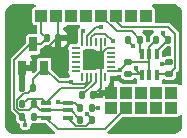
<source format=gbr>
%TF.GenerationSoftware,KiCad,Pcbnew,8.0.1-8.0.1-1~ubuntu22.04.1*%
%TF.CreationDate,2024-03-30T15:28:00+00:00*%
%TF.ProjectId,IMU_ICM2094,494d555f-4943-44d3-9230-39342e6b6963,1.0*%
%TF.SameCoordinates,Original*%
%TF.FileFunction,Copper,L1,Top*%
%TF.FilePolarity,Positive*%
%FSLAX46Y46*%
G04 Gerber Fmt 4.6, Leading zero omitted, Abs format (unit mm)*
G04 Created by KiCad (PCBNEW 8.0.1-8.0.1-1~ubuntu22.04.1) date 2024-03-30 15:28:00*
%MOMM*%
%LPD*%
G01*
G04 APERTURE LIST*
G04 Aperture macros list*
%AMRoundRect*
0 Rectangle with rounded corners*
0 $1 Rounding radius*
0 $2 $3 $4 $5 $6 $7 $8 $9 X,Y pos of 4 corners*
0 Add a 4 corners polygon primitive as box body*
4,1,4,$2,$3,$4,$5,$6,$7,$8,$9,$2,$3,0*
0 Add four circle primitives for the rounded corners*
1,1,$1+$1,$2,$3*
1,1,$1+$1,$4,$5*
1,1,$1+$1,$6,$7*
1,1,$1+$1,$8,$9*
0 Add four rect primitives between the rounded corners*
20,1,$1+$1,$2,$3,$4,$5,0*
20,1,$1+$1,$4,$5,$6,$7,0*
20,1,$1+$1,$6,$7,$8,$9,0*
20,1,$1+$1,$8,$9,$2,$3,0*%
%AMFreePoly0*
4,1,14,0.266715,0.088284,0.363284,-0.008285,0.375000,-0.036569,0.375000,-0.060000,0.363284,-0.088284,0.335000,-0.100000,-0.335000,-0.100000,-0.363284,-0.088284,-0.375000,-0.060000,-0.375000,0.060000,-0.363284,0.088284,-0.335000,0.100000,0.238431,0.100000,0.266715,0.088284,0.266715,0.088284,$1*%
%AMFreePoly1*
4,1,14,0.363284,0.088284,0.375000,0.060000,0.375000,0.036569,0.363284,0.008285,0.266715,-0.088284,0.238431,-0.100000,-0.335000,-0.100000,-0.363284,-0.088284,-0.375000,-0.060000,-0.375000,0.060000,-0.363284,0.088284,-0.335000,0.100000,0.335000,0.100000,0.363284,0.088284,0.363284,0.088284,$1*%
%AMFreePoly2*
4,1,14,0.088284,0.363284,0.100000,0.335000,0.100000,-0.335000,0.088284,-0.363284,0.060000,-0.375000,-0.060000,-0.375000,-0.088284,-0.363284,-0.100000,-0.335000,-0.100000,0.238431,-0.088284,0.266715,0.008285,0.363284,0.036569,0.375000,0.060000,0.375000,0.088284,0.363284,0.088284,0.363284,$1*%
%AMFreePoly3*
4,1,14,-0.008285,0.363284,0.088284,0.266715,0.100000,0.238431,0.100000,-0.335000,0.088284,-0.363284,0.060000,-0.375000,-0.060000,-0.375000,-0.088284,-0.363284,-0.100000,-0.335000,-0.100000,0.335000,-0.088284,0.363284,-0.060000,0.375000,-0.036569,0.375000,-0.008285,0.363284,-0.008285,0.363284,$1*%
%AMFreePoly4*
4,1,14,0.363284,0.088284,0.375000,0.060000,0.375000,-0.060000,0.363284,-0.088284,0.335000,-0.100000,-0.238431,-0.100000,-0.266715,-0.088284,-0.363284,0.008285,-0.375000,0.036569,-0.375000,0.060000,-0.363284,0.088284,-0.335000,0.100000,0.335000,0.100000,0.363284,0.088284,0.363284,0.088284,$1*%
%AMFreePoly5*
4,1,14,0.363284,0.088284,0.375000,0.060000,0.375000,-0.060000,0.363284,-0.088284,0.335000,-0.100000,-0.335000,-0.100000,-0.363284,-0.088284,-0.375000,-0.060000,-0.375000,-0.036569,-0.363284,-0.008285,-0.266715,0.088284,-0.238431,0.100000,0.335000,0.100000,0.363284,0.088284,0.363284,0.088284,$1*%
%AMFreePoly6*
4,1,14,0.088284,0.363284,0.100000,0.335000,0.100000,-0.238431,0.088284,-0.266715,-0.008285,-0.363284,-0.036569,-0.375000,-0.060000,-0.375000,-0.088284,-0.363284,-0.100000,-0.335000,-0.100000,0.335000,-0.088284,0.363284,-0.060000,0.375000,0.060000,0.375000,0.088284,0.363284,0.088284,0.363284,$1*%
%AMFreePoly7*
4,1,14,0.088284,0.363284,0.100000,0.335000,0.100000,-0.335000,0.088284,-0.363284,0.060000,-0.375000,0.036569,-0.375000,0.008285,-0.363284,-0.088284,-0.266715,-0.100000,-0.238431,-0.100000,0.335000,-0.088284,0.363284,-0.060000,0.375000,0.060000,0.375000,0.088284,0.363284,0.088284,0.363284,$1*%
G04 Aperture macros list end*
%TA.AperFunction,SMDPad,CuDef*%
%ADD10RoundRect,0.135000X-0.135000X-0.185000X0.135000X-0.185000X0.135000X0.185000X-0.135000X0.185000X0*%
%TD*%
%TA.AperFunction,SMDPad,CuDef*%
%ADD11RoundRect,0.135000X0.135000X0.185000X-0.135000X0.185000X-0.135000X-0.185000X0.135000X-0.185000X0*%
%TD*%
%TA.AperFunction,ComponentPad*%
%ADD12R,1.000000X1.000000*%
%TD*%
%TA.AperFunction,SMDPad,CuDef*%
%ADD13RoundRect,0.140000X-0.140000X-0.170000X0.140000X-0.170000X0.140000X0.170000X-0.140000X0.170000X0*%
%TD*%
%TA.AperFunction,SMDPad,CuDef*%
%ADD14R,0.920000X0.350000*%
%TD*%
%TA.AperFunction,SMDPad,CuDef*%
%ADD15R,0.700000X1.250000*%
%TD*%
%TA.AperFunction,SMDPad,CuDef*%
%ADD16RoundRect,0.140000X0.140000X0.170000X-0.140000X0.170000X-0.140000X-0.170000X0.140000X-0.170000X0*%
%TD*%
%TA.AperFunction,SMDPad,CuDef*%
%ADD17FreePoly0,0.000000*%
%TD*%
%TA.AperFunction,SMDPad,CuDef*%
%ADD18RoundRect,0.050000X-0.325000X-0.050000X0.325000X-0.050000X0.325000X0.050000X-0.325000X0.050000X0*%
%TD*%
%TA.AperFunction,SMDPad,CuDef*%
%ADD19FreePoly1,0.000000*%
%TD*%
%TA.AperFunction,SMDPad,CuDef*%
%ADD20FreePoly2,0.000000*%
%TD*%
%TA.AperFunction,SMDPad,CuDef*%
%ADD21RoundRect,0.050000X-0.050000X-0.325000X0.050000X-0.325000X0.050000X0.325000X-0.050000X0.325000X0*%
%TD*%
%TA.AperFunction,SMDPad,CuDef*%
%ADD22FreePoly3,0.000000*%
%TD*%
%TA.AperFunction,SMDPad,CuDef*%
%ADD23FreePoly4,0.000000*%
%TD*%
%TA.AperFunction,SMDPad,CuDef*%
%ADD24FreePoly5,0.000000*%
%TD*%
%TA.AperFunction,SMDPad,CuDef*%
%ADD25FreePoly6,0.000000*%
%TD*%
%TA.AperFunction,SMDPad,CuDef*%
%ADD26FreePoly7,0.000000*%
%TD*%
%TA.AperFunction,HeatsinkPad*%
%ADD27R,1.750000X1.600000*%
%TD*%
%TA.AperFunction,SMDPad,CuDef*%
%ADD28RoundRect,0.135000X-0.185000X0.135000X-0.185000X-0.135000X0.185000X-0.135000X0.185000X0.135000X0*%
%TD*%
%TA.AperFunction,SMDPad,CuDef*%
%ADD29RoundRect,0.135000X0.185000X-0.135000X0.185000X0.135000X-0.185000X0.135000X-0.185000X-0.135000X0*%
%TD*%
%TA.AperFunction,SMDPad,CuDef*%
%ADD30R,0.350000X0.920000*%
%TD*%
%TA.AperFunction,ViaPad*%
%ADD31C,0.400000*%
%TD*%
%TA.AperFunction,Conductor*%
%ADD32C,0.127000*%
%TD*%
G04 APERTURE END LIST*
D10*
%TO.P,R7,1*%
%TO.N,/1.8V*%
X28865912Y-38804510D03*
%TO.P,R7,2*%
%TO.N,/CS_1.8V*%
X29885910Y-38804510D03*
%TD*%
D11*
%TO.P,R5,1*%
%TO.N,+3.3V*%
X29895910Y-37774510D03*
%TO.P,R5,2*%
%TO.N,/MISO*%
X28875912Y-37774510D03*
%TD*%
D12*
%TO.P,J8,1,Pin_1*%
%TO.N,/extRef*%
X34445000Y-30000000D03*
%TD*%
D10*
%TO.P,R1,1*%
%TO.N,+3.3V*%
X32905001Y-32000000D03*
%TO.P,R1,2*%
%TO.N,/MOSI*%
X33924999Y-32000000D03*
%TD*%
%TO.P,R3,1*%
%TO.N,/1.8V*%
X35305001Y-32000000D03*
%TO.P,R3,2*%
%TO.N,/SCK_1.8V*%
X36324999Y-32000000D03*
%TD*%
%TO.P,R8,1*%
%TO.N,+3.3V*%
X23940785Y-38522502D03*
%TO.P,R8,2*%
%TO.N,/CSB*%
X24960783Y-38522502D03*
%TD*%
D12*
%TO.P,J5,1,Pin_1*%
%TO.N,/MOSI*%
X30635000Y-30000000D03*
%TD*%
%TO.P,J16,1,Pin_1*%
%TO.N,/AIN0*%
X31495000Y-37770000D03*
%TD*%
%TO.P,J1,1,Pin_1*%
%TO.N,+3.3V*%
X25555000Y-30000000D03*
%TD*%
%TO.P,J18,1,Pin_1*%
%TO.N,GND*%
X31495000Y-36500000D03*
%TD*%
%TO.P,J9,1,Pin_1*%
%TO.N,/IO1_out*%
X36575000Y-36500000D03*
%TD*%
%TO.P,J2,1,Pin_1*%
%TO.N,GND*%
X26825000Y-30000000D03*
%TD*%
%TO.P,J7,1,Pin_1*%
%TO.N,unconnected-(J7-Pin_1-Pad1)*%
X33175000Y-30000000D03*
%TD*%
D13*
%TO.P,C1,1*%
%TO.N,+3.3V*%
X26020000Y-31900000D03*
%TO.P,C1,2*%
%TO.N,GND*%
X26980000Y-31900000D03*
%TD*%
D14*
%TO.P,U5,1,S2*%
%TO.N,/CS_1.8V*%
X27795784Y-38632501D03*
%TO.P,U5,2,G2*%
%TO.N,/1.8V*%
X27795784Y-37982501D03*
%TO.P,U5,3,D1*%
%TO.N,/MISO*%
X27795784Y-37332501D03*
%TO.P,U5,4,S1*%
%TO.N,/MISO_1.8V*%
X25975784Y-37332501D03*
%TO.P,U5,5,G1*%
%TO.N,/1.8V*%
X25975784Y-37982501D03*
%TO.P,U5,6,D2*%
%TO.N,/CSB*%
X25975784Y-38632501D03*
%TD*%
D12*
%TO.P,J3,1,Pin_1*%
%TO.N,unconnected-(J3-Pin_1-Pad1)*%
X28095000Y-30000000D03*
%TD*%
%TO.P,J15,1,Pin_1*%
%TO.N,/I2C_SDA*%
X36575000Y-37770000D03*
%TD*%
D15*
%TO.P,U1,1,GND*%
%TO.N,GND*%
X23925000Y-34400000D03*
%TO.P,U1,2,VOUT*%
%TO.N,/1.8V*%
X25825000Y-34400000D03*
%TO.P,U1,3,VIN*%
%TO.N,+3.3V*%
X24875000Y-32400000D03*
%TD*%
D13*
%TO.P,C5,1*%
%TO.N,Net-(U4-REGOUT)*%
X29020000Y-36732010D03*
%TO.P,C5,2*%
%TO.N,GND*%
X29980000Y-36732010D03*
%TD*%
D12*
%TO.P,J10,1,Pin_1*%
%TO.N,/SWDIO{slash}MISO_ARM*%
X35305000Y-36500000D03*
%TD*%
D16*
%TO.P,C2,1*%
%TO.N,/1.8V*%
X24865000Y-36070000D03*
%TO.P,C2,2*%
%TO.N,GND*%
X23905000Y-36070000D03*
%TD*%
D12*
%TO.P,J14,1,Pin_1*%
%TO.N,/i2C_SCL*%
X35305000Y-37770000D03*
%TD*%
D17*
%TO.P,U4,1,NC*%
%TO.N,unconnected-(U4-NC-Pad1)*%
X28500000Y-32700000D03*
D18*
%TO.P,U4,2,NC*%
%TO.N,unconnected-(U4-NC-Pad2)*%
X28500000Y-33100000D03*
%TO.P,U4,3,NC*%
%TO.N,unconnected-(U4-NC-Pad3)*%
X28500000Y-33500000D03*
%TO.P,U4,4,NC*%
%TO.N,unconnected-(U4-NC-Pad4)*%
X28500000Y-33900000D03*
%TO.P,U4,5,NC*%
%TO.N,unconnected-(U4-NC-Pad5)*%
X28500000Y-34300000D03*
D19*
%TO.P,U4,6,NC*%
%TO.N,unconnected-(U4-NC-Pad6)*%
X28500000Y-34700000D03*
D20*
%TO.P,U4,7,AUX_CL*%
%TO.N,unconnected-(U4-AUX_CL-Pad7)*%
X29000000Y-35200000D03*
D21*
%TO.P,U4,8,VDDIO*%
%TO.N,/1.8V*%
X29400000Y-35200000D03*
%TO.P,U4,9,SDO/AD0*%
%TO.N,/MISO_1.8V*%
X29800000Y-35200000D03*
%TO.P,U4,10,REGOUT*%
%TO.N,Net-(U4-REGOUT)*%
X30200000Y-35200000D03*
%TO.P,U4,11,FSYNC*%
%TO.N,GND*%
X30600000Y-35200000D03*
D22*
%TO.P,U4,12,INT1*%
%TO.N,unconnected-(U4-INT1-Pad12)*%
X31000000Y-35200000D03*
D23*
%TO.P,U4,13,VDD*%
%TO.N,/1.8V*%
X31500000Y-34700000D03*
D18*
%TO.P,U4,14,NC*%
%TO.N,unconnected-(U4-NC-Pad14)*%
X31500000Y-34300000D03*
%TO.P,U4,15,NC*%
%TO.N,unconnected-(U4-NC-Pad15)*%
X31500000Y-33900000D03*
%TO.P,U4,16,NC*%
%TO.N,unconnected-(U4-NC-Pad16)*%
X31500000Y-33500000D03*
%TO.P,U4,17,NC*%
%TO.N,unconnected-(U4-NC-Pad17)*%
X31500000Y-33100000D03*
D24*
%TO.P,U4,18,GND*%
%TO.N,GND*%
X31500000Y-32700000D03*
D25*
%TO.P,U4,19,RESV*%
%TO.N,unconnected-(U4-RESV-Pad19)*%
X31000000Y-32200000D03*
D21*
%TO.P,U4,20,RESV*%
%TO.N,GND*%
X30600000Y-32200000D03*
%TO.P,U4,21,AUX_DA*%
%TO.N,unconnected-(U4-AUX_DA-Pad21)*%
X30200000Y-32200000D03*
%TO.P,U4,22,nCS*%
%TO.N,/CS_1.8V*%
X29800000Y-32200000D03*
%TO.P,U4,23,SCL/SCLK*%
%TO.N,/SCK_1.8V*%
X29400000Y-32200000D03*
D26*
%TO.P,U4,24,SDA/SDI*%
%TO.N,/MOSI_1.8V*%
X29000000Y-32200000D03*
D27*
%TO.P,U4,25,EP*%
%TO.N,GND*%
X30000000Y-33700000D03*
%TD*%
D28*
%TO.P,R4,1*%
%TO.N,+3.3V*%
X36415000Y-33890001D03*
%TO.P,R4,2*%
%TO.N,/SCLK*%
X36415000Y-34909999D03*
%TD*%
D10*
%TO.P,R6,1*%
%TO.N,/MISO_1.8V*%
X23940785Y-37472502D03*
%TO.P,R6,2*%
%TO.N,/1.8V*%
X24960783Y-37472502D03*
%TD*%
D12*
%TO.P,J12,1,Pin_1*%
%TO.N,/SCLK_ARM*%
X32765000Y-36500000D03*
%TD*%
%TO.P,J4,1,Pin_1*%
%TO.N,/MISO*%
X29365000Y-30000000D03*
%TD*%
%TO.P,J17,1,Pin_1*%
%TO.N,/CSB*%
X32765000Y-37770000D03*
%TD*%
%TO.P,J6,1,Pin_1*%
%TO.N,/SCLK*%
X31905000Y-30000000D03*
%TD*%
D29*
%TO.P,R2,1*%
%TO.N,/MOSI_1.8V*%
X32915000Y-34909999D03*
%TO.P,R2,2*%
%TO.N,/1.8V*%
X32915000Y-33890001D03*
%TD*%
D30*
%TO.P,U3,1,S2*%
%TO.N,/SCK_1.8V*%
X35365000Y-33190000D03*
%TO.P,U3,2,G2*%
%TO.N,/1.8V*%
X34715000Y-33190000D03*
%TO.P,U3,3,D1*%
%TO.N,/MOSI*%
X34065000Y-33190000D03*
%TO.P,U3,4,S1*%
%TO.N,/MOSI_1.8V*%
X34065000Y-35010000D03*
%TO.P,U3,5,G1*%
%TO.N,/1.8V*%
X34715000Y-35010000D03*
%TO.P,U3,6,D2*%
%TO.N,/SCLK*%
X35365000Y-35010000D03*
%TD*%
D12*
%TO.P,J11,1,Pin_1*%
%TO.N,/MOSI_ARM*%
X34035000Y-36500000D03*
%TD*%
%TO.P,J13,1,Pin_1*%
%TO.N,/SPICS_ARM*%
X34035000Y-37770000D03*
%TD*%
D31*
%TO.N,GND*%
X34700000Y-39100000D03*
X36400000Y-33000000D03*
X29600000Y-33300000D03*
X23400000Y-30900000D03*
X30500000Y-33300000D03*
X24800000Y-34000000D03*
X37000000Y-30700000D03*
X36400000Y-39200000D03*
X23700000Y-32100000D03*
X34600000Y-31500000D03*
X29600000Y-34100000D03*
X30400000Y-34100000D03*
%TO.N,+3.3V*%
X35800000Y-34100000D03*
X24200000Y-39200000D03*
X33300000Y-32500000D03*
X30400000Y-37774510D03*
%TO.N,/MISO*%
X27000000Y-37300000D03*
%TO.N,/1.8V*%
X28100000Y-35600000D03*
X32252501Y-34552501D03*
%TO.N,/SCK_1.8V*%
X35900000Y-31400000D03*
X30600000Y-30900000D03*
%TO.N,/MOSI_1.8V*%
X33600000Y-34400000D03*
X29100000Y-31300000D03*
%TO.N,/CS_1.8V*%
X31600000Y-32100000D03*
X29400000Y-38300000D03*
%TD*%
D32*
%TO.N,GND*%
X31262990Y-36732010D02*
X31495000Y-36500000D01*
X30530857Y-33300000D02*
X30500000Y-33300000D01*
X30500000Y-33330857D02*
X30130857Y-33700000D01*
X26980000Y-30155000D02*
X26825000Y-30000000D01*
X30600000Y-35200000D02*
X30600000Y-34300000D01*
X30600000Y-32200000D02*
X30600000Y-33100000D01*
X24800000Y-34002000D02*
X24800000Y-34000000D01*
X23905000Y-36070000D02*
X23905000Y-34420000D01*
X23905000Y-34420000D02*
X23925000Y-34400000D01*
X26902000Y-31900000D02*
X26980000Y-31900000D01*
X24802000Y-34000000D02*
X26902000Y-31900000D01*
X30500000Y-33300000D02*
X30500000Y-33330857D01*
X30600000Y-34300000D02*
X30400000Y-34100000D01*
X23925000Y-34400000D02*
X24402000Y-34400000D01*
X30400000Y-34100000D02*
X30000000Y-33700000D01*
X31500000Y-32700000D02*
X31130857Y-32700000D01*
X30130857Y-33700000D02*
X30000000Y-33700000D01*
X26980000Y-31900000D02*
X26980000Y-30155000D01*
X30600000Y-33100000D02*
X30000000Y-33700000D01*
X29980000Y-36732010D02*
X31262990Y-36732010D01*
X31130857Y-32700000D02*
X30530857Y-33300000D01*
X29980000Y-36732010D02*
X30600000Y-36112010D01*
X24800000Y-34000000D02*
X24802000Y-34000000D01*
X24402000Y-34400000D02*
X24800000Y-34002000D01*
X30600000Y-36112010D02*
X30600000Y-35200000D01*
%TO.N,+3.3V*%
X25520000Y-32400000D02*
X26020000Y-31900000D01*
X23940785Y-38522502D02*
X23283000Y-37864717D01*
X36205001Y-34100000D02*
X36415000Y-33890001D01*
X24200000Y-39200000D02*
X24200000Y-38781717D01*
X32905001Y-32000000D02*
X32905001Y-32105001D01*
X30400000Y-37774510D02*
X29895910Y-37774510D01*
X23283000Y-37864717D02*
X23283000Y-33760000D01*
X32905001Y-32105001D02*
X33300000Y-32500000D01*
X25555000Y-30000000D02*
X25555000Y-31435000D01*
X35800000Y-34100000D02*
X36205001Y-34100000D01*
X24875000Y-32400000D02*
X25520000Y-32400000D01*
X24200000Y-38781717D02*
X23940785Y-38522502D01*
X25555000Y-31435000D02*
X26020000Y-31900000D01*
X24643000Y-32400000D02*
X24875000Y-32400000D01*
X23283000Y-33760000D02*
X24643000Y-32400000D01*
%TO.N,/MISO*%
X28433903Y-37332501D02*
X28875912Y-37774510D01*
X27032501Y-37332501D02*
X27000000Y-37300000D01*
X27795784Y-37332501D02*
X27032501Y-37332501D01*
X27795784Y-37332501D02*
X28433903Y-37332501D01*
%TO.N,/MOSI*%
X33924999Y-32000000D02*
X33924999Y-33049999D01*
X33924999Y-32000000D02*
X33224999Y-31300000D01*
X33224999Y-31300000D02*
X31935000Y-31300000D01*
X33924999Y-33049999D02*
X34065000Y-33190000D01*
X31935000Y-31300000D02*
X30635000Y-30000000D01*
%TO.N,/SCLK*%
X35465001Y-34909999D02*
X35365000Y-35010000D01*
X32400000Y-30900000D02*
X36300000Y-30900000D01*
X31905000Y-30405000D02*
X32400000Y-30900000D01*
X31905000Y-30000000D02*
X31905000Y-30405000D01*
X36415000Y-34909999D02*
X35465001Y-34909999D01*
X36900000Y-34424999D02*
X36415000Y-34909999D01*
X36300000Y-30900000D02*
X36900000Y-31500000D01*
X36900000Y-31500000D02*
X36900000Y-34424999D01*
%TO.N,/CSB*%
X26943283Y-39600000D02*
X30935000Y-39600000D01*
X25865785Y-38522502D02*
X25975784Y-38632501D01*
X30935000Y-39600000D02*
X32765000Y-37770000D01*
X24960783Y-38522502D02*
X25865785Y-38522502D01*
X25975784Y-38632501D02*
X26943283Y-39600000D01*
%TO.N,/1.8V*%
X32252501Y-34552501D02*
X32252501Y-34552500D01*
X28100000Y-35600000D02*
X28238500Y-35738500D01*
X34715000Y-32590001D02*
X35305001Y-32000000D01*
X24487283Y-37946002D02*
X23682543Y-37946002D01*
X28043903Y-37982501D02*
X27795784Y-37982501D01*
X24865000Y-35360000D02*
X25825000Y-34400000D01*
X34715000Y-34000000D02*
X34605001Y-33890001D01*
X25975784Y-37982501D02*
X27795784Y-37982501D01*
X23500000Y-37763459D02*
X23500000Y-37133500D01*
X24100000Y-36533500D02*
X24401500Y-36533500D01*
X29400000Y-35575000D02*
X29400000Y-35200000D01*
X24960783Y-37472502D02*
X25470782Y-37982501D01*
X24960783Y-37472502D02*
X24487283Y-37946002D01*
X27025000Y-35600000D02*
X25825000Y-34400000D01*
X28100000Y-35600000D02*
X27025000Y-35600000D01*
X23682543Y-37946002D02*
X23500000Y-37763459D01*
X32105001Y-34700000D02*
X32915000Y-33890001D01*
X25470782Y-37982501D02*
X25975784Y-37982501D01*
X23500000Y-37133500D02*
X24100000Y-36533500D01*
X34715000Y-35010000D02*
X34715000Y-34000000D01*
X34715000Y-34000000D02*
X34715000Y-33190000D01*
X34605001Y-33890001D02*
X32915000Y-33890001D01*
X24401500Y-36533500D02*
X24865000Y-36070000D01*
X29236500Y-35738500D02*
X29400000Y-35575000D01*
X24865000Y-36070000D02*
X24865000Y-35360000D01*
X34715000Y-33190000D02*
X34715000Y-32590001D01*
X28238500Y-35738500D02*
X29236500Y-35738500D01*
X28865912Y-38804510D02*
X28043903Y-37982501D01*
X31500000Y-34700000D02*
X32105001Y-34700000D01*
X32252501Y-34552500D02*
X32915000Y-33890001D01*
%TO.N,/SCK_1.8V*%
X35900000Y-31575001D02*
X36324999Y-32000000D01*
X30200000Y-30900000D02*
X29400000Y-31700000D01*
X35900000Y-31400000D02*
X35900000Y-31575001D01*
X35365000Y-32959999D02*
X36324999Y-32000000D01*
X35365000Y-33190000D02*
X35365000Y-32959999D01*
X30600000Y-30900000D02*
X30200000Y-30900000D01*
X29400000Y-31700000D02*
X29400000Y-32200000D01*
%TO.N,/MOSI_1.8V*%
X33600000Y-34400000D02*
X33600000Y-34545000D01*
X29000000Y-31400000D02*
X29000000Y-32200000D01*
X29100000Y-31300000D02*
X29000000Y-31400000D01*
X33964999Y-34909999D02*
X34065000Y-35010000D01*
X33600000Y-34545000D02*
X34065000Y-35010000D01*
X32915000Y-34909999D02*
X33964999Y-34909999D01*
%TO.N,/MISO_1.8V*%
X27208285Y-36100000D02*
X29200000Y-36100000D01*
X29200000Y-36100000D02*
X29800000Y-35500000D01*
X25975784Y-37332501D02*
X27208285Y-36100000D01*
X29800000Y-35500000D02*
X29800000Y-35200000D01*
X23940785Y-37472502D02*
X24414285Y-36999002D01*
X24414285Y-36999002D02*
X25642285Y-36999002D01*
X25642285Y-36999002D02*
X25975784Y-37332501D01*
%TO.N,Net-(U4-REGOUT)*%
X29042990Y-36732010D02*
X29020000Y-36732010D01*
X30200000Y-35200000D02*
X30200000Y-35575000D01*
X30200000Y-35575000D02*
X29042990Y-36732010D01*
%TO.N,/CS_1.8V*%
X31000000Y-31500000D02*
X31600000Y-32100000D01*
X29800000Y-32200000D02*
X29800000Y-31800000D01*
X28463283Y-39300000D02*
X29390420Y-39300000D01*
X29800000Y-31800000D02*
X30100000Y-31500000D01*
X29885910Y-38804510D02*
X29885910Y-38785910D01*
X30100000Y-31500000D02*
X31000000Y-31500000D01*
X29885910Y-38785910D02*
X29400000Y-38300000D01*
X29390420Y-39300000D02*
X29885910Y-38804510D01*
X27795784Y-38632501D02*
X28463283Y-39300000D01*
%TD*%
%TA.AperFunction,Conductor*%
%TO.N,GND*%
G36*
X25039905Y-29030185D02*
G01*
X25085660Y-29082989D01*
X25095604Y-29152147D01*
X25066579Y-29215703D01*
X25007801Y-29253477D01*
X24997057Y-29256117D01*
X24957264Y-29264032D01*
X24957260Y-29264033D01*
X24874399Y-29319399D01*
X24819033Y-29402260D01*
X24819032Y-29402264D01*
X24804500Y-29475321D01*
X24804500Y-30524678D01*
X24819032Y-30597735D01*
X24819033Y-30597739D01*
X24825487Y-30607398D01*
X24874399Y-30680601D01*
X24952387Y-30732710D01*
X24957260Y-30735966D01*
X24957264Y-30735967D01*
X25030321Y-30750499D01*
X25030324Y-30750500D01*
X25030326Y-30750500D01*
X25117000Y-30750500D01*
X25184039Y-30770185D01*
X25229794Y-30822989D01*
X25241000Y-30874500D01*
X25241000Y-31400500D01*
X25221315Y-31467539D01*
X25168511Y-31513294D01*
X25117000Y-31524500D01*
X24500323Y-31524500D01*
X24427264Y-31539032D01*
X24427260Y-31539033D01*
X24344399Y-31594399D01*
X24289033Y-31677260D01*
X24289032Y-31677264D01*
X24274500Y-31750321D01*
X24274500Y-32273075D01*
X24254815Y-32340114D01*
X24238181Y-32360756D01*
X23031738Y-33567198D01*
X23031734Y-33567203D01*
X22990398Y-33638799D01*
X22990399Y-33638799D01*
X22990399Y-33638800D01*
X22990399Y-33638801D01*
X22969000Y-33718661D01*
X22969000Y-37906056D01*
X22971224Y-37914354D01*
X22971225Y-37914357D01*
X22971226Y-37914361D01*
X22990399Y-37985918D01*
X22990402Y-37985923D01*
X23031732Y-38057510D01*
X23031738Y-38057518D01*
X23383966Y-38409746D01*
X23417451Y-38471069D01*
X23420285Y-38497427D01*
X23420285Y-38744084D01*
X23431203Y-38819020D01*
X23431203Y-38819021D01*
X23431204Y-38819023D01*
X23487706Y-38934601D01*
X23487708Y-38934604D01*
X23578682Y-39025578D01*
X23676255Y-39073279D01*
X23727837Y-39120407D01*
X23745751Y-39187941D01*
X23744867Y-39198379D01*
X23744867Y-39199999D01*
X23763302Y-39328225D01*
X23793464Y-39394269D01*
X23817118Y-39446063D01*
X23901951Y-39543967D01*
X24010931Y-39614004D01*
X24135225Y-39650499D01*
X24135227Y-39650500D01*
X24135228Y-39650500D01*
X24264773Y-39650500D01*
X24264773Y-39650499D01*
X24389069Y-39614004D01*
X24498049Y-39543967D01*
X24582882Y-39446063D01*
X24636697Y-39328226D01*
X24655133Y-39200000D01*
X24655132Y-39199998D01*
X24655295Y-39198871D01*
X24684320Y-39135315D01*
X24743098Y-39097540D01*
X24784714Y-39093087D01*
X24784714Y-39093002D01*
X24785515Y-39093002D01*
X24787011Y-39092842D01*
X24789187Y-39092999D01*
X24789201Y-39093002D01*
X24789215Y-39093002D01*
X25132360Y-39093002D01*
X25132365Y-39093002D01*
X25207301Y-39082084D01*
X25298317Y-39037588D01*
X25367187Y-39025829D01*
X25406186Y-39040188D01*
X25406764Y-39038794D01*
X25418041Y-39043465D01*
X25418044Y-39043467D01*
X25418047Y-39043467D01*
X25418048Y-39043468D01*
X25491105Y-39058000D01*
X25491108Y-39058001D01*
X25491110Y-39058001D01*
X25905859Y-39058001D01*
X25972898Y-39077686D01*
X25993540Y-39094320D01*
X26677038Y-39777818D01*
X26710523Y-39839141D01*
X26705539Y-39908833D01*
X26663667Y-39964766D01*
X26598203Y-39989183D01*
X26589357Y-39989499D01*
X23256090Y-39989499D01*
X23243937Y-39988902D01*
X23117887Y-39976488D01*
X23094044Y-39971745D01*
X22978689Y-39936752D01*
X22956232Y-39927450D01*
X22849928Y-39870629D01*
X22829716Y-39857124D01*
X22736535Y-39780652D01*
X22719347Y-39763464D01*
X22642875Y-39670283D01*
X22629370Y-39650071D01*
X22572656Y-39543967D01*
X22572548Y-39543764D01*
X22563247Y-39521310D01*
X22528254Y-39405955D01*
X22523512Y-39382118D01*
X22511097Y-39256060D01*
X22510500Y-39243907D01*
X22510500Y-29756092D01*
X22511097Y-29743939D01*
X22517877Y-29675097D01*
X22523512Y-29617880D01*
X22528251Y-29594054D01*
X22563248Y-29478683D01*
X22572546Y-29456238D01*
X22629374Y-29349921D01*
X22642870Y-29329721D01*
X22719350Y-29236530D01*
X22736529Y-29219351D01*
X22829721Y-29142870D01*
X22849921Y-29129373D01*
X22956238Y-29072546D01*
X22978682Y-29063248D01*
X23094053Y-29028251D01*
X23117878Y-29023512D01*
X23226582Y-29012805D01*
X23243919Y-29011098D01*
X23256073Y-29010501D01*
X23304766Y-29010501D01*
X23304775Y-29010500D01*
X24972866Y-29010500D01*
X25039905Y-29030185D01*
G37*
%TD.AperFunction*%
%TA.AperFunction,Conductor*%
G36*
X37448360Y-38417067D02*
G01*
X37485081Y-38476509D01*
X37489500Y-38509318D01*
X37489500Y-39243906D01*
X37488903Y-39256060D01*
X37476488Y-39382112D01*
X37471746Y-39405953D01*
X37436753Y-39521309D01*
X37427450Y-39543767D01*
X37370629Y-39650072D01*
X37357124Y-39670284D01*
X37280653Y-39763464D01*
X37263465Y-39780652D01*
X37170284Y-39857124D01*
X37150072Y-39870629D01*
X37043768Y-39927450D01*
X37021310Y-39936753D01*
X36905954Y-39971746D01*
X36882113Y-39976488D01*
X36756072Y-39988902D01*
X36743918Y-39989499D01*
X31288926Y-39989499D01*
X31221887Y-39969814D01*
X31176132Y-39917010D01*
X31166188Y-39847852D01*
X31195213Y-39784296D01*
X31201245Y-39777818D01*
X32422244Y-38556819D01*
X32483567Y-38523334D01*
X32509925Y-38520500D01*
X33289676Y-38520500D01*
X33289677Y-38520499D01*
X33306719Y-38517109D01*
X33374719Y-38503584D01*
X33375541Y-38507720D01*
X33421968Y-38502710D01*
X33425262Y-38503677D01*
X33425281Y-38503584D01*
X33510321Y-38520499D01*
X33510324Y-38520500D01*
X33510326Y-38520500D01*
X34559676Y-38520500D01*
X34559677Y-38520499D01*
X34576719Y-38517109D01*
X34644719Y-38503584D01*
X34645541Y-38507720D01*
X34691968Y-38502710D01*
X34695262Y-38503677D01*
X34695281Y-38503584D01*
X34780321Y-38520499D01*
X34780324Y-38520500D01*
X34780326Y-38520500D01*
X35829676Y-38520500D01*
X35829677Y-38520499D01*
X35846719Y-38517109D01*
X35914719Y-38503584D01*
X35915541Y-38507720D01*
X35961968Y-38502710D01*
X35965262Y-38503677D01*
X35965281Y-38503584D01*
X36050321Y-38520499D01*
X36050324Y-38520500D01*
X36050326Y-38520500D01*
X37099676Y-38520500D01*
X37099677Y-38520499D01*
X37172740Y-38505966D01*
X37255601Y-38450601D01*
X37262398Y-38440428D01*
X37316007Y-38395623D01*
X37385332Y-38386914D01*
X37448360Y-38417067D01*
G37*
%TD.AperFunction*%
%TA.AperFunction,Conductor*%
G36*
X32292848Y-35022686D02*
G01*
X32338603Y-35075490D01*
X32348511Y-35109116D01*
X32354396Y-35149500D01*
X32355419Y-35156521D01*
X32411921Y-35272098D01*
X32411923Y-35272101D01*
X32502897Y-35363075D01*
X32502900Y-35363077D01*
X32613656Y-35417221D01*
X32618482Y-35419581D01*
X32693418Y-35430499D01*
X32693423Y-35430499D01*
X33136577Y-35430499D01*
X33136582Y-35430499D01*
X33211518Y-35419581D01*
X33286343Y-35383001D01*
X33327099Y-35363077D01*
X33327102Y-35363075D01*
X33425342Y-35264836D01*
X33427426Y-35266920D01*
X33469546Y-35233876D01*
X33539107Y-35227315D01*
X33601173Y-35259403D01*
X33636038Y-35319952D01*
X33639500Y-35349047D01*
X33639500Y-35494678D01*
X33654032Y-35567737D01*
X33658303Y-35578047D01*
X33665772Y-35647516D01*
X33634497Y-35709995D01*
X33574409Y-35745648D01*
X33543742Y-35749500D01*
X33510324Y-35749500D01*
X33425283Y-35766416D01*
X33424462Y-35762291D01*
X33377897Y-35767264D01*
X33374733Y-35766335D01*
X33374717Y-35766416D01*
X33289676Y-35749500D01*
X33289674Y-35749500D01*
X32494126Y-35749500D01*
X32427087Y-35729815D01*
X32394859Y-35699811D01*
X32352190Y-35642813D01*
X32352185Y-35642808D01*
X32237093Y-35556649D01*
X32237086Y-35556645D01*
X32102379Y-35506403D01*
X32102372Y-35506401D01*
X32042844Y-35500000D01*
X31745000Y-35500000D01*
X31745000Y-36290382D01*
X31694554Y-36239936D01*
X31620445Y-36197149D01*
X31537787Y-36175000D01*
X31452213Y-36175000D01*
X31369555Y-36197149D01*
X31295446Y-36239936D01*
X31234936Y-36300446D01*
X31192149Y-36374555D01*
X31170000Y-36457213D01*
X31170000Y-36542787D01*
X31192149Y-36625445D01*
X31234936Y-36699554D01*
X31285382Y-36750000D01*
X30803000Y-36750000D01*
X30803000Y-36858010D01*
X30783315Y-36925049D01*
X30730511Y-36970804D01*
X30679000Y-36982010D01*
X29854000Y-36982010D01*
X29786961Y-36962325D01*
X29741206Y-36909521D01*
X29730000Y-36858010D01*
X29730000Y-36606010D01*
X29749685Y-36538971D01*
X29802489Y-36493216D01*
X29854000Y-36482010D01*
X30452000Y-36482010D01*
X30452000Y-36374000D01*
X30471685Y-36306961D01*
X30524489Y-36261206D01*
X30576000Y-36250000D01*
X31245000Y-36250000D01*
X31245000Y-35826235D01*
X31264685Y-35759196D01*
X31265898Y-35757344D01*
X31272485Y-35747484D01*
X31272487Y-35747484D01*
X31327872Y-35664594D01*
X31341052Y-35632774D01*
X31360500Y-35535000D01*
X31360500Y-35184500D01*
X31380185Y-35117461D01*
X31432989Y-35071706D01*
X31484500Y-35060500D01*
X31835001Y-35060500D01*
X31835002Y-35060499D01*
X31932774Y-35041052D01*
X31932784Y-35041048D01*
X31970192Y-35025554D01*
X31970684Y-35026743D01*
X32021605Y-35014000D01*
X32146339Y-35014000D01*
X32146340Y-35014000D01*
X32171616Y-35007226D01*
X32203711Y-35003001D01*
X32225809Y-35003001D01*
X32292848Y-35022686D01*
G37*
%TD.AperFunction*%
%TA.AperFunction,Conductor*%
G36*
X28777900Y-30740374D02*
G01*
X28778017Y-30740423D01*
X28832249Y-30784477D01*
X28854054Y-30850857D01*
X28836510Y-30918488D01*
X28807291Y-30948656D01*
X28808652Y-30950226D01*
X28801953Y-30956030D01*
X28717118Y-31053937D01*
X28717117Y-31053938D01*
X28663302Y-31171774D01*
X28644867Y-31300000D01*
X28663302Y-31428222D01*
X28663303Y-31428227D01*
X28674794Y-31453387D01*
X28686000Y-31504899D01*
X28686000Y-31678393D01*
X28673256Y-31729283D01*
X28674458Y-31729781D01*
X28658951Y-31767215D01*
X28658946Y-31767231D01*
X28639500Y-31864995D01*
X28639500Y-32215500D01*
X28619815Y-32282539D01*
X28567011Y-32328294D01*
X28515500Y-32339500D01*
X28164995Y-32339500D01*
X28067231Y-32358946D01*
X28067215Y-32358951D01*
X28035416Y-32372123D01*
X28035409Y-32372126D01*
X28035406Y-32372128D01*
X28035403Y-32372130D01*
X27952515Y-32427513D01*
X27952512Y-32427516D01*
X27897131Y-32510400D01*
X27897128Y-32510406D01*
X27883949Y-32542223D01*
X27883946Y-32542231D01*
X27864500Y-32639995D01*
X27864500Y-32760004D01*
X27883946Y-32857768D01*
X27883950Y-32857779D01*
X27886610Y-32864202D01*
X27894076Y-32933672D01*
X27885484Y-32961732D01*
X27877415Y-32980008D01*
X27874500Y-33005131D01*
X27874500Y-33194857D01*
X27874502Y-33194881D01*
X27877413Y-33219985D01*
X27877413Y-33219986D01*
X27877414Y-33219990D01*
X27877415Y-33219991D01*
X27890626Y-33249912D01*
X27890628Y-33249915D01*
X27899697Y-33319194D01*
X27890628Y-33350083D01*
X27877415Y-33380008D01*
X27874500Y-33405131D01*
X27874500Y-33594857D01*
X27874502Y-33594881D01*
X27877413Y-33619985D01*
X27877413Y-33619986D01*
X27877414Y-33619990D01*
X27877415Y-33619991D01*
X27890626Y-33649912D01*
X27890628Y-33649915D01*
X27899697Y-33719194D01*
X27890628Y-33750083D01*
X27877415Y-33780008D01*
X27874500Y-33805131D01*
X27874500Y-33994857D01*
X27874502Y-33994881D01*
X27877413Y-34019985D01*
X27877413Y-34019986D01*
X27877414Y-34019990D01*
X27877415Y-34019991D01*
X27890626Y-34049912D01*
X27890628Y-34049915D01*
X27899697Y-34119194D01*
X27890628Y-34150083D01*
X27877415Y-34180008D01*
X27874500Y-34205131D01*
X27874500Y-34394857D01*
X27874502Y-34394881D01*
X27877414Y-34419988D01*
X27877415Y-34419992D01*
X27885483Y-34438266D01*
X27894552Y-34507544D01*
X27886611Y-34535793D01*
X27883952Y-34542212D01*
X27883946Y-34542231D01*
X27864500Y-34639995D01*
X27864500Y-34760004D01*
X27883946Y-34857768D01*
X27883951Y-34857784D01*
X27897123Y-34889583D01*
X27897128Y-34889594D01*
X27897130Y-34889597D01*
X27919374Y-34922887D01*
X27952513Y-34972484D01*
X27960342Y-34980312D01*
X27993828Y-35041634D01*
X27988846Y-35111326D01*
X27946976Y-35167261D01*
X27918615Y-35181461D01*
X27919003Y-35182309D01*
X27910936Y-35185993D01*
X27910931Y-35185995D01*
X27910931Y-35185996D01*
X27855961Y-35221323D01*
X27794490Y-35260828D01*
X27793725Y-35259638D01*
X27738759Y-35284739D01*
X27721117Y-35286000D01*
X27206425Y-35286000D01*
X27139386Y-35266315D01*
X27118744Y-35249681D01*
X26461819Y-34592756D01*
X26428334Y-34531433D01*
X26425500Y-34505075D01*
X26425500Y-33750323D01*
X26425499Y-33750321D01*
X26410967Y-33677264D01*
X26410966Y-33677260D01*
X26355601Y-33594399D01*
X26272740Y-33539034D01*
X26272739Y-33539033D01*
X26272735Y-33539032D01*
X26199677Y-33524500D01*
X26199674Y-33524500D01*
X25450326Y-33524500D01*
X25450323Y-33524500D01*
X25377264Y-33539032D01*
X25377260Y-33539033D01*
X25294399Y-33594399D01*
X25239033Y-33677260D01*
X25239032Y-33677264D01*
X25224500Y-33750321D01*
X25224500Y-34505075D01*
X25204815Y-34572114D01*
X25188181Y-34592756D01*
X24986681Y-34794256D01*
X24925358Y-34827741D01*
X24855666Y-34822757D01*
X24799733Y-34780885D01*
X24775316Y-34715421D01*
X24775000Y-34706575D01*
X24775000Y-34650000D01*
X24175000Y-34650000D01*
X24175000Y-35496638D01*
X24155315Y-35563677D01*
X24155000Y-35564067D01*
X24155000Y-36098537D01*
X24135315Y-36165576D01*
X24082511Y-36211331D01*
X24063093Y-36218312D01*
X23995681Y-36236374D01*
X23995676Y-36236376D01*
X23978800Y-36240899D01*
X23978799Y-36240899D01*
X23978797Y-36240900D01*
X23907202Y-36282234D01*
X23907197Y-36282238D01*
X23905755Y-36283681D01*
X23904238Y-36284509D01*
X23900754Y-36287183D01*
X23900336Y-36286639D01*
X23844432Y-36317166D01*
X23818074Y-36320000D01*
X23779000Y-36320000D01*
X23711961Y-36300315D01*
X23666206Y-36247511D01*
X23655000Y-36196000D01*
X23655000Y-35288362D01*
X23674685Y-35221323D01*
X23675000Y-35220932D01*
X23675000Y-34274000D01*
X23694685Y-34206961D01*
X23747489Y-34161206D01*
X23799000Y-34150000D01*
X24775000Y-34150000D01*
X24775000Y-33727172D01*
X24774999Y-33727155D01*
X24768598Y-33667627D01*
X24768596Y-33667620D01*
X24718354Y-33532913D01*
X24718352Y-33532910D01*
X24674111Y-33473812D01*
X24649693Y-33408348D01*
X24664544Y-33340074D01*
X24713949Y-33290669D01*
X24773377Y-33275500D01*
X25249676Y-33275500D01*
X25249677Y-33275499D01*
X25322740Y-33260966D01*
X25405601Y-33205601D01*
X25460966Y-33122740D01*
X25475500Y-33049674D01*
X25475500Y-32832148D01*
X25495185Y-32765109D01*
X25547989Y-32719354D01*
X25567399Y-32712376D01*
X25624323Y-32697123D01*
X25641200Y-32692601D01*
X25712800Y-32651263D01*
X25867245Y-32496816D01*
X25928567Y-32463333D01*
X25954925Y-32460499D01*
X26190737Y-32460499D01*
X26222543Y-32455461D01*
X26244586Y-32451970D01*
X26313879Y-32460924D01*
X26351666Y-32486762D01*
X26444620Y-32579717D01*
X26444625Y-32579721D01*
X26583804Y-32662031D01*
X26730000Y-32704504D01*
X26730000Y-32150000D01*
X27230000Y-32150000D01*
X27230000Y-32704503D01*
X27376195Y-32662031D01*
X27515374Y-32579721D01*
X27515383Y-32579714D01*
X27629714Y-32465383D01*
X27629721Y-32465374D01*
X27712031Y-32326195D01*
X27712033Y-32326190D01*
X27757144Y-32170918D01*
X27757145Y-32170912D01*
X27758790Y-32150000D01*
X27230000Y-32150000D01*
X26730000Y-32150000D01*
X26730000Y-31774000D01*
X26749685Y-31706961D01*
X26802489Y-31661206D01*
X26854000Y-31650000D01*
X27758790Y-31650000D01*
X27757145Y-31629089D01*
X27712031Y-31473804D01*
X27629721Y-31334625D01*
X27629714Y-31334616D01*
X27515383Y-31220285D01*
X27515377Y-31220281D01*
X27471714Y-31194458D01*
X27424031Y-31143388D01*
X27411528Y-31074646D01*
X27438174Y-31010057D01*
X27491504Y-30971544D01*
X27567084Y-30943355D01*
X27567093Y-30943350D01*
X27682185Y-30857191D01*
X27682190Y-30857186D01*
X27724859Y-30800189D01*
X27780793Y-30758318D01*
X27824126Y-30750500D01*
X28619676Y-30750500D01*
X28619677Y-30750499D01*
X28639356Y-30746585D01*
X28704719Y-30733584D01*
X28705541Y-30737720D01*
X28751968Y-30732710D01*
X28777900Y-30740374D01*
G37*
%TD.AperFunction*%
%TA.AperFunction,Conductor*%
G36*
X36756061Y-29011097D02*
G01*
X36765633Y-29012039D01*
X36882118Y-29023512D01*
X36905955Y-29028254D01*
X37021310Y-29063247D01*
X37043764Y-29072548D01*
X37082490Y-29093247D01*
X37150071Y-29129370D01*
X37170283Y-29142875D01*
X37263464Y-29219347D01*
X37280652Y-29236535D01*
X37357124Y-29329716D01*
X37370629Y-29349928D01*
X37427450Y-29456232D01*
X37436752Y-29478689D01*
X37471745Y-29594044D01*
X37476488Y-29617886D01*
X37488903Y-29743938D01*
X37489500Y-29756092D01*
X37489500Y-35760681D01*
X37469815Y-35827720D01*
X37417011Y-35873475D01*
X37347853Y-35883419D01*
X37284297Y-35854394D01*
X37262398Y-35829571D01*
X37255602Y-35819400D01*
X37250591Y-35816052D01*
X37178378Y-35767801D01*
X37172739Y-35764033D01*
X37172735Y-35764032D01*
X37099677Y-35749500D01*
X37099674Y-35749500D01*
X36050326Y-35749500D01*
X36050324Y-35749500D01*
X35965283Y-35766416D01*
X35964462Y-35762291D01*
X35917897Y-35767264D01*
X35914732Y-35766334D01*
X35914716Y-35766416D01*
X35857078Y-35754950D01*
X35795167Y-35722564D01*
X35760594Y-35661847D01*
X35764335Y-35592078D01*
X35773313Y-35574142D01*
X35775963Y-35567744D01*
X35775966Y-35567740D01*
X35790500Y-35494674D01*
X35790500Y-35450040D01*
X35810185Y-35383001D01*
X35862989Y-35337246D01*
X35932147Y-35327302D01*
X35995703Y-35356327D01*
X36002181Y-35362359D01*
X36002897Y-35363075D01*
X36002900Y-35363077D01*
X36113656Y-35417221D01*
X36118482Y-35419581D01*
X36193418Y-35430499D01*
X36193423Y-35430499D01*
X36636577Y-35430499D01*
X36636582Y-35430499D01*
X36711518Y-35419581D01*
X36786343Y-35383001D01*
X36827099Y-35363077D01*
X36827102Y-35363075D01*
X36918076Y-35272101D01*
X36918078Y-35272098D01*
X36961973Y-35182309D01*
X36974582Y-35156517D01*
X36985500Y-35081581D01*
X36985500Y-34834924D01*
X37005185Y-34767885D01*
X37021819Y-34747243D01*
X37066827Y-34702235D01*
X37151263Y-34617799D01*
X37192601Y-34546198D01*
X37214000Y-34466338D01*
X37214000Y-34383660D01*
X37214000Y-31458661D01*
X37192601Y-31378801D01*
X37192601Y-31378800D01*
X37151263Y-31307199D01*
X36492800Y-30648737D01*
X36492799Y-30648736D01*
X36421198Y-30607398D01*
X36413367Y-30605299D01*
X36404323Y-30602876D01*
X36404321Y-30602875D01*
X36341340Y-30586000D01*
X36341339Y-30586000D01*
X35319500Y-30586000D01*
X35252461Y-30566315D01*
X35206706Y-30513511D01*
X35195500Y-30462000D01*
X35195500Y-29475323D01*
X35195499Y-29475321D01*
X35180967Y-29402264D01*
X35180966Y-29402260D01*
X35145999Y-29349928D01*
X35125601Y-29319399D01*
X35070235Y-29282405D01*
X35042739Y-29264033D01*
X35042735Y-29264032D01*
X35002943Y-29256117D01*
X34941032Y-29223732D01*
X34906457Y-29163016D01*
X34910197Y-29093247D01*
X34951064Y-29036575D01*
X35016082Y-29010994D01*
X35027134Y-29010500D01*
X36743908Y-29010500D01*
X36756061Y-29011097D01*
G37*
%TD.AperFunction*%
%TA.AperFunction,Conductor*%
G36*
X30050080Y-32809370D02*
G01*
X30058790Y-32813215D01*
X30107503Y-32851722D01*
X30157432Y-32917562D01*
X30277904Y-33008920D01*
X30418556Y-33064386D01*
X30506946Y-33075000D01*
X30659887Y-33075000D01*
X30726926Y-33094685D01*
X30750641Y-33114503D01*
X30816312Y-33185037D01*
X30838360Y-33198118D01*
X30885972Y-33249254D01*
X30898379Y-33318014D01*
X30888525Y-33354843D01*
X30877416Y-33380003D01*
X30877415Y-33380008D01*
X30874500Y-33405131D01*
X30874500Y-33594857D01*
X30874502Y-33594881D01*
X30877413Y-33619985D01*
X30877413Y-33619986D01*
X30877414Y-33619990D01*
X30877415Y-33619991D01*
X30890626Y-33649912D01*
X30890628Y-33649915D01*
X30899697Y-33719194D01*
X30890628Y-33750083D01*
X30877415Y-33780008D01*
X30874500Y-33805131D01*
X30874500Y-33994857D01*
X30874502Y-33994881D01*
X30877413Y-34019985D01*
X30877413Y-34019986D01*
X30877414Y-34019990D01*
X30877415Y-34019991D01*
X30890626Y-34049912D01*
X30890628Y-34049915D01*
X30899697Y-34119194D01*
X30890628Y-34150083D01*
X30877415Y-34180008D01*
X30874500Y-34205131D01*
X30874500Y-34207006D01*
X30874365Y-34207463D01*
X30874294Y-34208704D01*
X30874087Y-34208692D01*
X30874087Y-34208694D01*
X30874053Y-34208690D01*
X30874006Y-34208687D01*
X30854815Y-34274045D01*
X30802011Y-34319800D01*
X30735719Y-34330122D01*
X30693057Y-34325000D01*
X30506946Y-34325000D01*
X30418556Y-34335613D01*
X30277904Y-34391079D01*
X30157436Y-34482434D01*
X30157432Y-34482437D01*
X30107503Y-34548277D01*
X30058789Y-34586784D01*
X30050088Y-34590626D01*
X29980809Y-34599698D01*
X29949915Y-34590627D01*
X29919992Y-34577415D01*
X29894865Y-34574500D01*
X29705142Y-34574500D01*
X29705118Y-34574502D01*
X29680014Y-34577413D01*
X29680010Y-34577414D01*
X29650083Y-34590628D01*
X29580804Y-34599697D01*
X29549915Y-34590627D01*
X29519992Y-34577415D01*
X29494865Y-34574500D01*
X29305142Y-34574500D01*
X29305118Y-34574502D01*
X29280004Y-34577414D01*
X29272827Y-34579367D01*
X29202972Y-34577967D01*
X29144962Y-34539022D01*
X29117217Y-34474898D01*
X29120636Y-34427153D01*
X29122583Y-34419995D01*
X29122585Y-34419991D01*
X29125500Y-34394865D01*
X29125499Y-34205136D01*
X29122585Y-34180009D01*
X29114283Y-34161206D01*
X29109373Y-34150086D01*
X29100301Y-34080808D01*
X29109374Y-34049912D01*
X29122584Y-34019995D01*
X29122584Y-34019994D01*
X29122584Y-34019993D01*
X29122585Y-34019991D01*
X29125500Y-33994865D01*
X29125499Y-33805136D01*
X29122585Y-33780009D01*
X29115681Y-33764374D01*
X29109373Y-33750086D01*
X29100301Y-33680808D01*
X29109374Y-33649912D01*
X29122584Y-33619995D01*
X29122584Y-33619994D01*
X29122584Y-33619993D01*
X29122585Y-33619991D01*
X29125500Y-33594865D01*
X29125499Y-33405136D01*
X29122585Y-33380009D01*
X29111473Y-33354843D01*
X29109373Y-33350086D01*
X29100301Y-33280808D01*
X29109374Y-33249912D01*
X29122584Y-33219995D01*
X29122584Y-33219994D01*
X29122584Y-33219993D01*
X29122585Y-33219991D01*
X29125500Y-33194865D01*
X29125499Y-33005136D01*
X29122585Y-32980009D01*
X29122582Y-32980003D01*
X29120634Y-32972841D01*
X29122027Y-32902985D01*
X29160965Y-32844972D01*
X29225086Y-32817219D01*
X29272842Y-32820635D01*
X29280006Y-32822584D01*
X29280009Y-32822585D01*
X29305135Y-32825500D01*
X29494864Y-32825499D01*
X29519991Y-32822585D01*
X29549913Y-32809372D01*
X29619190Y-32800301D01*
X29650086Y-32809373D01*
X29680007Y-32822584D01*
X29680009Y-32822585D01*
X29705135Y-32825500D01*
X29894864Y-32825499D01*
X29896475Y-32825312D01*
X29919986Y-32822586D01*
X29919987Y-32822585D01*
X29919991Y-32822585D01*
X29949914Y-32809372D01*
X30019187Y-32800300D01*
X30050080Y-32809370D01*
G37*
%TD.AperFunction*%
%TA.AperFunction,Conductor*%
G36*
X36529039Y-32590185D02*
G01*
X36574794Y-32642989D01*
X36586000Y-32694500D01*
X36586000Y-33245501D01*
X36566315Y-33312540D01*
X36513511Y-33358295D01*
X36462000Y-33369501D01*
X36193418Y-33369501D01*
X36118482Y-33380419D01*
X36118480Y-33380419D01*
X36118478Y-33380420D01*
X36002900Y-33436922D01*
X36002897Y-33436924D01*
X36002181Y-33437641D01*
X36000961Y-33438306D01*
X35994537Y-33442894D01*
X35993982Y-33442117D01*
X35940858Y-33471126D01*
X35871166Y-33466142D01*
X35815233Y-33424270D01*
X35790816Y-33358806D01*
X35790500Y-33349960D01*
X35790500Y-33029924D01*
X35810185Y-32962885D01*
X35826819Y-32942243D01*
X36162243Y-32606819D01*
X36223566Y-32573334D01*
X36249924Y-32570500D01*
X36462000Y-32570500D01*
X36529039Y-32590185D01*
G37*
%TD.AperFunction*%
%TA.AperFunction,Conductor*%
G36*
X35052687Y-31233685D02*
G01*
X35098442Y-31286489D01*
X35108386Y-31355647D01*
X35079361Y-31419203D01*
X35040109Y-31449400D01*
X34942898Y-31496923D01*
X34851924Y-31587897D01*
X34851922Y-31587900D01*
X34795420Y-31703478D01*
X34795419Y-31703480D01*
X34795419Y-31703482D01*
X34784501Y-31778418D01*
X34784501Y-31778423D01*
X34784501Y-32025075D01*
X34764816Y-32092114D01*
X34748182Y-32112756D01*
X34657180Y-32203758D01*
X34595857Y-32237243D01*
X34526165Y-32232259D01*
X34470232Y-32190387D01*
X34445815Y-32124923D01*
X34445499Y-32116077D01*
X34445499Y-31778423D01*
X34445499Y-31778418D01*
X34434581Y-31703482D01*
X34421762Y-31677260D01*
X34378077Y-31587900D01*
X34378075Y-31587897D01*
X34287101Y-31496923D01*
X34189891Y-31449400D01*
X34138309Y-31402272D01*
X34120395Y-31334738D01*
X34141836Y-31268240D01*
X34195825Y-31223890D01*
X34244352Y-31214000D01*
X34985648Y-31214000D01*
X35052687Y-31233685D01*
G37*
%TD.AperFunction*%
%TD*%
M02*

</source>
